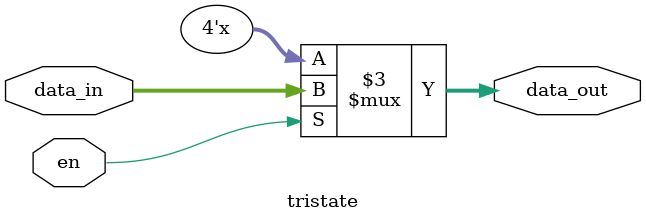
<source format=v>
module tristate (
    input [3:0]data_in, input en, output reg [3:0]data_out
);

always @(*) begin
    if(en)
    data_out = data_in;
    else
    data_out = 4'bzzzz;
end
    
endmodule
</source>
